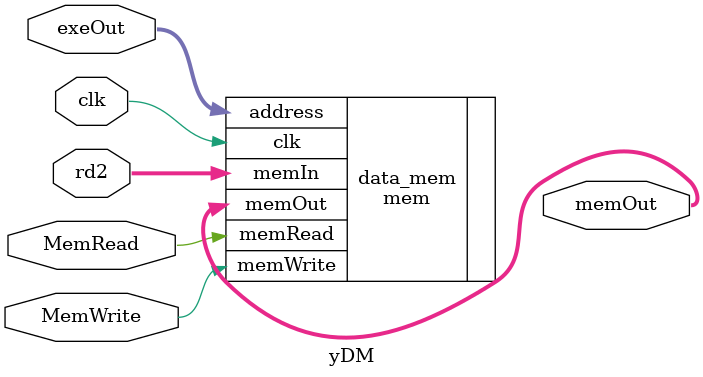
<source format=v>
module yDM (
    output [31:0] memOut,   // Data read from memory
    input [31:0] exeOut,    // Address for read/write operations
    input [31:0] rd2,       // Data to be written to memory
    input clk,              // Clock signal
    input MemRead,          // Memory read enable
    input MemWrite          // Memory write enable
);

    // Instantiate the memory module
    mem data_mem (
        .memOut(memOut),
        .address(exeOut),
        .memIn(rd2),
        .clk(clk),
        .memRead(MemRead),
        .memWrite(MemWrite)
    );
endmodule
</source>
